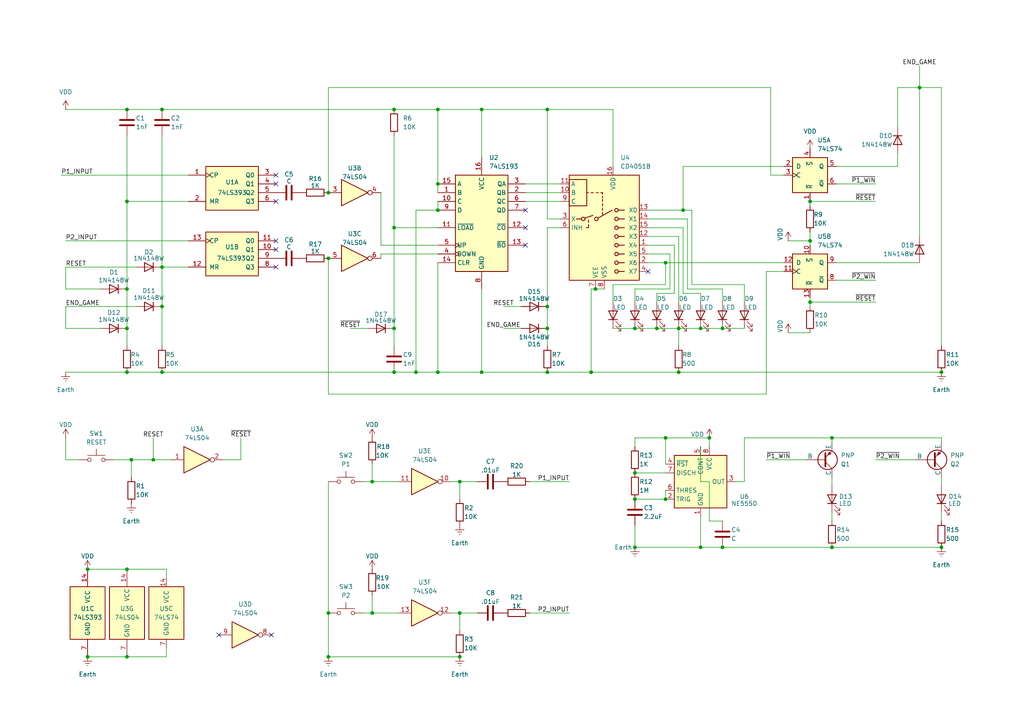
<source format=kicad_sch>
(kicad_sch (version 20250114) (generator "eeschema") (generator_version "9.0")
  (paper "A4")
  (lib_symbols
    (symbol "74xx:74LS04"
      (property "Reference" "U" (at 0 1.27 0))
      (property "Value" "74LS04" (at 0 -1.27 0))
      (symbol "74LS04_1_0"
        (pin input line (at -7.62 0 0) (length 3.81) (name "~") (number "1"))
        (pin output inverted (at 7.62 0 180) (length 3.81) (name "~") (number "2"))
      )
      (symbol "74LS04_2_0"
        (pin input line (at -7.62 0 0) (length 3.81) (name "~") (number "3"))
        (pin output inverted (at 7.62 0 180) (length 3.81) (name "~") (number "4"))
      )
      (symbol "74LS04_3_0"
        (pin input line (at -7.62 0 0) (length 3.81) (name "~") (number "5"))
        (pin output inverted (at 7.62 0 180) (length 3.81) (name "~") (number "6"))
      )
      (symbol "74LS04_4_0"
        (pin input line (at -7.62 0 0) (length 3.81) (name "~") (number "9"))
        (pin output inverted (at 7.62 0 180) (length 3.81) (name "~") (number "8"))
      )
      (symbol "74LS04_5_0"
        (pin input line (at -7.62 0 0) (length 3.81) (name "~") (number "11"))
        (pin output inverted (at 7.62 0 180) (length 3.81) (name "~") (number "10"))
      )
      (symbol "74LS04_6_0"
        (pin input line (at -7.62 0 0) (length 3.81) (name "~") (number "13"))
        (pin output inverted (at 7.62 0 180) (length 3.81) (name "~") (number "12"))
      )
      (symbol "74LS04_7_0"
        (pin power_in line (at 0 12.7 270) (length 5.08) (name "VCC") (number "14"))
        (pin power_in line (at 0 -12.7 90) (length 5.08) (name "GND") (number "7"))
      )
    )
    (symbol "74xx:74LS193"
      (property "Reference" "U" (at -7.62 13.97 0))
      (property "Value" "74LS193" (at 5.08 13.97 0))
      (symbol "74LS193_1_0"
        (pin input line (at -12.7 10.16 0) (length 5.08) (name "A") (number "15"))
        (pin input line (at -12.7 7.62 0) (length 5.08) (name "B") (number "1"))
        (pin input line (at -12.7 5.08 0) (length 5.08) (name "C") (number "10"))
        (pin input line (at -12.7 2.54 0) (length 5.08) (name "D") (number "9"))
        (pin input line (at -12.7 -2.54 0) (length 5.08) (name "~{LOAD}") (number "11"))
        (pin input clock (at -12.7 -7.62 0) (length 5.08) (name "UP") (number "5"))
        (pin input clock (at -12.7 -10.16 0) (length 5.08) (name "DOWN") (number "4"))
        (pin input line (at -12.7 -12.7 0) (length 5.08) (name "CLR") (number "14"))
        (pin power_in line (at 0 17.78 270) (length 5.08) (name "VCC") (number "16"))
        (pin power_in line (at 0 -20.32 90) (length 5.08) (name "GND") (number "8"))
        (pin output line (at 12.7 10.16 180) (length 5.08) (name "QA") (number "3"))
        (pin output line (at 12.7 7.62 180) (length 5.08) (name "QB") (number "2"))
        (pin output line (at 12.7 5.08 180) (length 5.08) (name "QC") (number "6"))
        (pin output line (at 12.7 2.54 180) (length 5.08) (name "QD") (number "7"))
        (pin output line (at 12.7 -2.54 180) (length 5.08) (name "~{CO}") (number "12"))
        (pin output line (at 12.7 -7.62 180) (length 5.08) (name "~{BO}") (number "13"))
      )
    )
    (symbol "74xx:74LS393" (pin_names (offset 1.016))
      (property "Reference" "U" (at -7.62 8.89 0))
      (property "Value" "74LS393" (at -7.62 -8.89 0))
      (symbol "74LS393_1_0"
        (pin input clock (at -12.7 2.54 0) (length 5.08) (name "CP") (number "1"))
        (pin input line (at -12.7 -5.08 0) (length 5.08) (name "MR") (number "2"))
        (pin output line (at 12.7 2.54 180) (length 5.08) (name "Q0") (number "3"))
        (pin output line (at 12.7 0 180) (length 5.08) (name "Q1") (number "4"))
        (pin output line (at 12.7 -2.54 180) (length 5.08) (name "Q2") (number "5"))
        (pin output line (at 12.7 -5.08 180) (length 5.08) (name "Q3") (number "6"))
      )
      (symbol "74LS393_2_0"
        (pin input clock (at -12.7 2.54 0) (length 5.08) (name "CP") (number "13"))
        (pin input line (at -12.7 -5.08 0) (length 5.08) (name "MR") (number "12"))
        (pin output line (at 12.7 2.54 180) (length 5.08) (name "Q0") (number "11"))
        (pin output line (at 12.7 0 180) (length 5.08) (name "Q1") (number "10"))
        (pin output line (at 12.7 -2.54 180) (length 5.08) (name "Q2") (number "9"))
        (pin output line (at 12.7 -5.08 180) (length 5.08) (name "Q3") (number "8"))
      )
      (symbol "74LS393_3_0"
        (pin power_in line (at 0 12.7 270) (length 5.08) (name "VCC") (number "14"))
        (pin power_in line (at 0 -12.7 90) (length 5.08) (name "GND") (number "7"))
      )
    )
    (symbol "74xx:74LS74" (pin_names (offset 1.016))
      (property "Reference" "U" (at -7.62 8.89 0))
      (property "Value" "74LS74" (at -7.62 -8.89 0))
      (symbol "74LS74_1_0"
        (pin input line (at -7.62 2.54 0) (length 2.54) (name "D") (number "2"))
        (pin input clock (at -7.62 0 0) (length 2.54) (name "C") (number "3"))
        (pin input line (at 0 7.62 270) (length 2.54) (name "~{S}") (number "4"))
        (pin input line (at 0 -7.62 90) (length 2.54) (name "~{R}") (number "1"))
        (pin output line (at 7.62 2.54 180) (length 2.54) (name "Q") (number "5"))
        (pin output line (at 7.62 -2.54 180) (length 2.54) (name "~{Q}") (number "6"))
      )
      (symbol "74LS74_2_0"
        (pin input line (at -7.62 2.54 0) (length 2.54) (name "D") (number "12"))
        (pin input clock (at -7.62 0 0) (length 2.54) (name "C") (number "11"))
        (pin input line (at 0 7.62 270) (length 2.54) (name "~{S}") (number "10"))
        (pin input line (at 0 -7.62 90) (length 2.54) (name "~{R}") (number "13"))
        (pin output line (at 7.62 2.54 180) (length 2.54) (name "Q") (number "9"))
        (pin output line (at 7.62 -2.54 180) (length 2.54) (name "~{Q}") (number "8"))
      )
      (symbol "74LS74_3_0"
        (pin power_in line (at 0 10.16 270) (length 2.54) (name "VCC") (number "14"))
        (pin power_in line (at 0 -10.16 90) (length 2.54) (name "GND") (number "7"))
      )
    )
    (symbol "Analog_Switch:CD4051B"
      (property "Reference" "U" (at -10.16 16.51 0))
      (property "Value" "CD4051B" (at 3.81 16.51 0))
      (symbol "CD4051B_1_1"
        (pin input line (at -12.7 12.7 0) (length 2.54) (name "A") (number "11"))
        (pin input line (at -12.7 10.16 0) (length 2.54) (name "B") (number "10"))
        (pin input line (at -12.7 7.62 0) (length 2.54) (name "C") (number "9"))
        (pin bidirectional line (at -12.7 2.54 0) (length 2.54) (name "X") (number "3"))
        (pin input line (at -12.7 0 0) (length 2.54) (name "INH") (number "6"))
        (pin power_in line (at -2.54 -17.78 90) (length 2.54) (name "VEE") (number "7"))
        (pin power_in line (at 0 -17.78 90) (length 2.54) (name "VSS") (number "8"))
        (pin power_in line (at 2.54 17.78 270) (length 2.54) (name "VDD") (number "16"))
        (pin bidirectional line (at 12.7 5.08 180) (length 2.54) (name "X0") (number "13"))
        (pin bidirectional line (at 12.7 2.54 180) (length 2.54) (name "X1") (number "14"))
        (pin bidirectional line (at 12.7 0 180) (length 2.54) (name "X2") (number "15"))
        (pin bidirectional line (at 12.7 -2.54 180) (length 2.54) (name "X3") (number "12"))
        (pin bidirectional line (at 12.7 -5.08 180) (length 2.54) (name "X4") (number "1"))
        (pin bidirectional line (at 12.7 -7.62 180) (length 2.54) (name "X5") (number "5"))
        (pin bidirectional line (at 12.7 -10.16 180) (length 2.54) (name "X6") (number "2"))
        (pin bidirectional line (at 12.7 -12.7 180) (length 2.54) (name "X7") (number "4"))
      )
    )
    (symbol "Device:C" (pin_numbers (hide yes)) (pin_names (offset 0.254))
      (property "Reference" "C" (at 0.635 2.54 0))
      (property "Value" "C" (at 0.635 -2.54 0))
      (symbol "C_1_1"
        (pin passive line (at 0 3.81 270) (length 2.794) (name "~") (number "1"))
        (pin passive line (at 0 -3.81 90) (length 2.794) (name "~") (number "2"))
      )
    )
    (symbol "Device:LED" (pin_numbers (hide yes)) (pin_names (offset 1.016) (hide yes))
      (property "Reference" "D" (at 0 2.54 0))
      (property "Value" "LED" (at 0 -2.54 0))
      (symbol "LED_1_1"
        (pin passive line (at -3.81 0 0) (length 2.54) (name "K") (number "1"))
        (pin passive line (at 3.81 0 180) (length 2.54) (name "A") (number "2"))
      )
    )
    (symbol "Device:R" (pin_numbers (hide yes)) (pin_names (offset 0))
      (property "Reference" "R" (at 2.032 0 90))
      (property "Value" "R" (at 0 0 90))
      (symbol "R_1_1"
        (pin passive line (at 0 3.81 270) (length 1.27) (name "~") (number "1"))
        (pin passive line (at 0 -3.81 90) (length 1.27) (name "~") (number "2"))
      )
    )
    (symbol "Diode:1N4148W" (pin_numbers (hide yes)) (pin_names (hide yes))
      (property "Reference" "D" (at 0 2.54 0))
      (property "Value" "1N4148W" (at 0 -2.54 0))
      (symbol "1N4148W_1_1"
        (pin passive line (at -3.81 0 0) (length 2.54) (name "K") (number "1"))
        (pin passive line (at 3.81 0 180) (length 2.54) (name "A") (number "2"))
      )
    )
    (symbol "Simulation_SPICE:PNP" (pin_numbers (hide yes)) (pin_names (offset 0))
      (property "Reference" "Q" (at -2.54 7.62 0))
      (property "Value" "PNP" (at -2.54 5.08 0))
      (symbol "PNP_1_1"
        (pin input line (at -5.08 0 0) (length 2.54) (name "B") (number "2"))
        (pin open_collector line (at 2.54 5.08 270) (length 2.54) (name "C") (number "1"))
        (pin open_emitter line (at 2.54 -5.08 90) (length 2.54) (name "E") (number "3"))
      )
    )
    (symbol "Switch:SW_Push" (pin_numbers (hide yes)) (pin_names (offset 1.016) (hide yes))
      (property "Reference" "SW" (at 1.27 2.54 0))
      (property "Value" "SW_Push" (at 0 -1.524 0))
      (symbol "SW_Push_0_1"
        (pin passive line (at -5.08 0 0) (length 2.54) (name "1") (number "1"))
        (pin passive line (at 5.08 0 180) (length 2.54) (name "2") (number "2"))
      )
    )
    (symbol "Timer:NE555D"
      (property "Reference" "U" (at -10.16 8.89 0))
      (property "Value" "NE555D" (at 2.54 8.89 0))
      (symbol "NE555D_0_0"
        (pin power_in line (at 0 -10.16 90) (length 2.54) (name "GND") (number "1"))
        (pin power_in line (at 2.54 10.16 270) (length 2.54) (name "VCC") (number "8"))
      )
      (symbol "NE555D_1_1"
        (pin input line (at -10.16 5.08 0) (length 2.54) (name "~{RST}") (number "4"))
        (pin input line (at -10.16 2.54 0) (length 2.54) (name "DISCH") (number "7"))
        (pin input line (at -10.16 -2.54 0) (length 2.54) (name "THRES") (number "6"))
        (pin input line (at -10.16 -5.08 0) (length 2.54) (name "TRIG") (number "2"))
        (pin open_collector line (at 0 10.16 270) (length 2.54) (name "CONT") (number "5"))
        (pin output line (at 10.16 0 180) (length 2.54) (name "OUT") (number "3"))
      )
    )
    (symbol "power:Earth" (power) (pin_numbers (hide yes)) (pin_names (offset 0) (hide yes))
      (property "Value" "Earth" (at 0 -3.81 0))
      (symbol "Earth_1_1"
        (pin power_in line (at 0 0 270) (length 0) (name "~") (number "1"))
      )
    )
    (symbol "power:VDD" (power) (pin_numbers (hide yes)) (pin_names (offset 0) (hide yes))
      (property "Value" "VDD" (at 0 3.556 0))
      (symbol "VDD_1_1"
        (pin power_in line (at 0 0 90) (length 0) (name "~") (number "1"))
      )
    )
  )
  (junction (at 234.95 69.85))
  (junction (at 190.5 95.25))
  (junction (at 36.83 83.82))
  (junction (at 127 31.75))
  (junction (at 205.74 127))
  (junction (at 46.99 31.75))
  (junction (at 234.95 87.63))
  (junction (at 95.25 74.93))
  (junction (at 133.35 177.8))
  (junction (at 139.7 107.95))
  (junction (at 193.04 76.2))
  (junction (at 273.05 158.75))
  (junction (at 95.25 177.8))
  (junction (at 114.3 66.04))
  (junction (at 158.75 107.95))
  (junction (at 139.7 31.75))
  (junction (at 241.3 158.75))
  (junction (at 193.04 144.78))
  (junction (at 38.1 133.35))
  (junction (at 241.3 127))
  (junction (at 25.4 165.1))
  (junction (at 198.12 60.96))
  (junction (at 158.75 95.25))
  (junction (at 172.72 83.82))
  (junction (at 95.25 55.88))
  (junction (at 36.83 190.5))
  (junction (at 107.95 139.7))
  (junction (at 127 60.96))
  (junction (at 36.83 31.75))
  (junction (at 158.75 31.75))
  (junction (at 44.45 133.35))
  (junction (at 46.99 88.9))
  (junction (at 234.95 58.42))
  (junction (at 127 107.95))
  (junction (at 133.35 139.7))
  (junction (at 209.55 95.25))
  (junction (at 184.15 158.75))
  (junction (at 46.99 107.95))
  (junction (at 171.45 107.95))
  (junction (at 114.3 95.25))
  (junction (at 36.83 165.1))
  (junction (at 114.3 31.75))
  (junction (at 158.75 88.9))
  (junction (at 184.15 95.25))
  (junction (at 203.2 95.25))
  (junction (at 196.85 95.25))
  (junction (at 107.95 177.8))
  (junction (at 46.99 77.47))
  (junction (at 209.55 158.75))
  (junction (at 36.83 107.95))
  (junction (at 127 53.34))
  (junction (at 184.15 137.16))
  (junction (at 273.05 107.95))
  (junction (at 36.83 95.25))
  (junction (at 95.25 190.5))
  (junction (at 196.85 107.95))
  (junction (at 184.15 144.78))
  (junction (at 114.3 107.95))
  (junction (at 120.65 107.95))
  (junction (at 266.7 25.4))
  (junction (at 133.35 190.5))
  (junction (at 193.04 127))
  (junction (at 203.2 158.75))
  (junction (at 25.4 190.5))
  (junction (at 36.83 58.42))
  (no_connect (at 78.74 184.15))
  (no_connect (at 152.4 66.04))
  (no_connect (at 80.01 72.39))
  (no_connect (at 80.01 77.47))
  (no_connect (at 187.96 78.74))
  (no_connect (at 80.01 53.34))
  (no_connect (at 80.01 58.42))
  (no_connect (at 63.5 184.15))
  (no_connect (at 80.01 50.8))
  (no_connect (at 152.4 71.12))
  (no_connect (at 80.01 69.85))
  (no_connect (at 152.4 60.96))
  (wire (pts (xy 46.99 88.9) (xy 46.99 100.33)))
  (wire (pts (xy 19.05 77.47) (xy 39.37 77.47)))
  (wire (pts (xy 95.25 55.88) (xy 95.25 25.4)))
  (wire (pts (xy 130.81 177.8) (xy 133.35 177.8)))
  (wire (pts (xy 114.3 39.37) (xy 114.3 66.04)))
  (wire (pts (xy 222.25 78.74) (xy 227.33 78.74)))
  (wire (pts (xy 133.35 139.7) (xy 138.43 139.7)))
  (wire (pts (xy 153.67 139.7) (xy 165.1 139.7)))
  (wire (pts (xy 171.45 107.95) (xy 196.85 107.95)))
  (wire (pts (xy 95.25 139.7) (xy 95.25 177.8)))
  (wire (pts (xy 215.9 95.25) (xy 209.55 95.25)))
  (wire (pts (xy 203.2 158.75) (xy 203.2 149.86)))
  (wire (pts (xy 46.99 107.95) (xy 114.3 107.95)))
  (wire (pts (xy 127 76.2) (xy 127 107.95)))
  (wire (pts (xy 158.75 88.9) (xy 158.75 95.25)))
  (wire (pts (xy 127 31.75) (xy 127 53.34)))
  (wire (pts (xy 153.67 177.8) (xy 165.1 177.8)))
  (wire (pts (xy 110.49 71.12) (xy 127 71.12)))
  (wire (pts (xy 194.31 73.66) (xy 194.31 83.82)))
  (wire (pts (xy 187.96 60.96) (xy 198.12 60.96)))
  (wire (pts (xy 234.95 59.69) (xy 234.95 58.42)))
  (wire (pts (xy 114.3 66.04) (xy 114.3 95.25)))
  (wire (pts (xy 152.4 55.88) (xy 162.56 55.88)))
  (wire (pts (xy 266.7 19.05) (xy 266.7 25.4)))
  (wire (pts (xy 198.12 66.04) (xy 198.12 85.09)))
  (wire (pts (xy 199.39 83.82) (xy 209.55 83.82)))
  (wire (pts (xy 241.3 158.75) (xy 273.05 158.75)))
  (wire (pts (xy 193.04 127) (xy 193.04 134.62)))
  (wire (pts (xy 22.86 133.35) (xy 19.05 133.35)))
  (wire (pts (xy 200.66 82.55) (xy 215.9 82.55)))
  (wire (pts (xy 19.05 88.9) (xy 19.05 95.25)))
  (wire (pts (xy 223.52 25.4) (xy 223.52 50.8)))
  (wire (pts (xy 190.5 95.25) (xy 184.15 95.25)))
  (wire (pts (xy 193.04 76.2) (xy 227.33 76.2)))
  (wire (pts (xy 209.55 95.25) (xy 203.2 95.25)))
  (wire (pts (xy 19.05 69.85) (xy 54.61 69.85)))
  (wire (pts (xy 158.75 95.25) (xy 158.75 100.33)))
  (wire (pts (xy 187.96 71.12) (xy 195.58 71.12)))
  (wire (pts (xy 273.05 25.4) (xy 273.05 100.33)))
  (wire (pts (xy 139.7 31.75) (xy 158.75 31.75)))
  (wire (pts (xy 196.85 95.25) (xy 196.85 100.33)))
  (wire (pts (xy 234.95 87.63) (xy 234.95 88.9)))
  (wire (pts (xy 172.72 83.82) (xy 175.26 83.82)))
  (wire (pts (xy 203.2 129.54) (xy 203.2 139.7)))
  (wire (pts (xy 120.65 60.96) (xy 127 60.96)))
  (wire (pts (xy 209.55 83.82) (xy 209.55 87.63)))
  (wire (pts (xy 177.8 82.55) (xy 177.8 87.63)))
  (wire (pts (xy 222.25 78.74) (xy 222.25 114.3)))
  (wire (pts (xy 107.95 172.72) (xy 107.95 177.8)))
  (wire (pts (xy 203.2 158.75) (xy 209.55 158.75)))
  (wire (pts (xy 215.9 127) (xy 241.3 127)))
  (wire (pts (xy 105.41 139.7) (xy 107.95 139.7)))
  (wire (pts (xy 234.95 58.42) (xy 254 58.42)))
  (wire (pts (xy 222.25 133.35) (xy 233.68 133.35)))
  (wire (pts (xy 133.35 177.8) (xy 138.43 177.8)))
  (wire (pts (xy 273.05 138.43) (xy 273.05 140.97)))
  (wire (pts (xy 19.05 83.82) (xy 19.05 77.47)))
  (wire (pts (xy 193.04 76.2) (xy 193.04 82.55)))
  (wire (pts (xy 69.85 133.35) (xy 64.77 133.35)))
  (wire (pts (xy 193.04 127) (xy 205.74 127)))
  (wire (pts (xy 38.1 133.35) (xy 44.45 133.35)))
  (wire (pts (xy 48.26 165.1) (xy 36.83 165.1)))
  (wire (pts (xy 127 58.42) (xy 127 60.96)))
  (wire (pts (xy 215.9 82.55) (xy 215.9 87.63)))
  (wire (pts (xy 241.3 148.59) (xy 241.3 151.13)))
  (wire (pts (xy 215.9 127) (xy 215.9 139.7)))
  (wire (pts (xy 184.15 83.82) (xy 184.15 87.63)))
  (wire (pts (xy 139.7 107.95) (xy 158.75 107.95)))
  (wire (pts (xy 273.05 25.4) (xy 266.7 25.4)))
  (wire (pts (xy 177.8 48.26) (xy 177.8 31.75)))
  (wire (pts (xy 254 53.34) (xy 242.57 53.34)))
  (wire (pts (xy 54.61 58.42) (xy 36.83 58.42)))
  (wire (pts (xy 184.15 144.78) (xy 193.04 144.78)))
  (wire (pts (xy 107.95 134.62) (xy 107.95 139.7)))
  (wire (pts (xy 36.83 190.5) (xy 48.26 190.5)))
  (wire (pts (xy 184.15 129.54) (xy 184.15 127)))
  (wire (pts (xy 203.2 85.09) (xy 203.2 87.63)))
  (wire (pts (xy 127 53.34) (xy 127 55.88)))
  (wire (pts (xy 234.95 69.85) (xy 234.95 71.12)))
  (wire (pts (xy 158.75 66.04) (xy 158.75 88.9)))
  (wire (pts (xy 95.25 114.3) (xy 222.25 114.3)))
  (wire (pts (xy 48.26 190.5) (xy 48.26 187.96)))
  (wire (pts (xy 38.1 138.43) (xy 38.1 133.35)))
  (wire (pts (xy 33.02 133.35) (xy 38.1 133.35)))
  (wire (pts (xy 193.04 82.55) (xy 177.8 82.55)))
  (wire (pts (xy 120.65 107.95) (xy 127 107.95)))
  (wire (pts (xy 95.25 25.4) (xy 223.52 25.4)))
  (wire (pts (xy 184.15 137.16) (xy 193.04 137.16)))
  (wire (pts (xy 228.6 96.52) (xy 234.95 96.52)))
  (wire (pts (xy 152.4 53.34) (xy 162.56 53.34)))
  (wire (pts (xy 205.74 127) (xy 205.74 129.54)))
  (wire (pts (xy 203.2 95.25) (xy 196.85 95.25)))
  (wire (pts (xy 260.35 25.4) (xy 266.7 25.4)))
  (wire (pts (xy 127 107.95) (xy 139.7 107.95)))
  (wire (pts (xy 198.12 48.26) (xy 198.12 60.96)))
  (wire (pts (xy 187.96 68.58) (xy 196.85 68.58)))
  (wire (pts (xy 198.12 85.09) (xy 203.2 85.09)))
  (wire (pts (xy 105.41 177.8) (xy 107.95 177.8)))
  (wire (pts (xy 95.25 190.5) (xy 133.35 190.5)))
  (wire (pts (xy 152.4 58.42) (xy 162.56 58.42)))
  (wire (pts (xy 110.49 74.93) (xy 110.49 73.66)))
  (wire (pts (xy 36.83 58.42) (xy 36.83 83.82)))
  (wire (pts (xy 242.57 81.28) (xy 254 81.28)))
  (wire (pts (xy 114.3 95.25) (xy 114.3 100.33)))
  (wire (pts (xy 19.05 83.82) (xy 29.21 83.82)))
  (wire (pts (xy 110.49 55.88) (xy 110.49 71.12)))
  (wire (pts (xy 46.99 31.75) (xy 36.83 31.75)))
  (wire (pts (xy 146.05 88.9) (xy 151.13 88.9)))
  (wire (pts (xy 19.05 107.95) (xy 36.83 107.95)))
  (wire (pts (xy 184.15 158.75) (xy 203.2 158.75)))
  (wire (pts (xy 184.15 127) (xy 193.04 127)))
  (wire (pts (xy 234.95 87.63) (xy 254 87.63)))
  (wire (pts (xy 69.85 127) (xy 69.85 133.35)))
  (wire (pts (xy 196.85 107.95) (xy 273.05 107.95)))
  (wire (pts (xy 114.3 107.95) (xy 120.65 107.95)))
  (wire (pts (xy 36.83 95.25) (xy 36.83 100.33)))
  (wire (pts (xy 184.15 95.25) (xy 177.8 95.25)))
  (wire (pts (xy 205.74 151.13) (xy 209.55 151.13)))
  (wire (pts (xy 162.56 63.5) (xy 158.75 63.5)))
  (wire (pts (xy 273.05 128.27) (xy 273.05 127)))
  (wire (pts (xy 266.7 25.4) (xy 266.7 68.58)))
  (wire (pts (xy 19.05 88.9) (xy 39.37 88.9)))
  (wire (pts (xy 194.31 83.82) (xy 184.15 83.82)))
  (wire (pts (xy 44.45 133.35) (xy 49.53 133.35)))
  (wire (pts (xy 234.95 86.36) (xy 234.95 87.63)))
  (wire (pts (xy 234.95 67.31) (xy 234.95 69.85)))
  (wire (pts (xy 241.3 138.43) (xy 241.3 140.97)))
  (wire (pts (xy 200.66 60.96) (xy 200.66 82.55)))
  (wire (pts (xy 36.83 107.95) (xy 46.99 107.95)))
  (wire (pts (xy 95.25 190.5) (xy 95.25 177.8)))
  (wire (pts (xy 190.5 85.09) (xy 190.5 87.63)))
  (wire (pts (xy 196.85 68.58) (xy 196.85 87.63)))
  (wire (pts (xy 223.52 50.8) (xy 227.33 50.8)))
  (wire (pts (xy 241.3 128.27) (xy 241.3 127)))
  (wire (pts (xy 130.81 139.7) (xy 133.35 139.7)))
  (wire (pts (xy 199.39 63.5) (xy 199.39 83.82)))
  (wire (pts (xy 187.96 76.2) (xy 193.04 76.2)))
  (wire (pts (xy 44.45 127) (xy 44.45 133.35)))
  (wire (pts (xy 139.7 31.75) (xy 139.7 45.72)))
  (wire (pts (xy 95.25 74.93) (xy 95.25 114.3)))
  (wire (pts (xy 107.95 139.7) (xy 115.57 139.7)))
  (wire (pts (xy 158.75 107.95) (xy 171.45 107.95)))
  (wire (pts (xy 228.6 69.85) (xy 234.95 69.85)))
  (wire (pts (xy 260.35 44.45) (xy 260.35 48.26)))
  (wire (pts (xy 127 31.75) (xy 139.7 31.75)))
  (wire (pts (xy 198.12 48.26) (xy 227.33 48.26)))
  (wire (pts (xy 242.57 76.2) (xy 266.7 76.2)))
  (wire (pts (xy 120.65 60.96) (xy 120.65 107.95)))
  (wire (pts (xy 19.05 31.75) (xy 36.83 31.75)))
  (wire (pts (xy 158.75 63.5) (xy 158.75 31.75)))
  (wire (pts (xy 139.7 83.82) (xy 139.7 107.95)))
  (wire (pts (xy 114.3 31.75) (xy 127 31.75)))
  (wire (pts (xy 196.85 95.25) (xy 190.5 95.25)))
  (wire (pts (xy 46.99 77.47) (xy 46.99 88.9)))
  (wire (pts (xy 203.2 139.7) (xy 205.74 139.7)))
  (wire (pts (xy 48.26 167.64) (xy 48.26 165.1)))
  (wire (pts (xy 177.8 31.75) (xy 158.75 31.75)))
  (wire (pts (xy 36.83 39.37) (xy 36.83 58.42)))
  (wire (pts (xy 19.05 127) (xy 19.05 133.35)))
  (wire (pts (xy 273.05 148.59) (xy 273.05 151.13)))
  (wire (pts (xy 46.99 39.37) (xy 46.99 77.47)))
  (wire (pts (xy 205.74 139.7) (xy 205.74 151.13)))
  (wire (pts (xy 106.68 95.25) (xy 101.6 95.25)))
  (wire (pts (xy 133.35 144.78) (xy 133.35 139.7)))
  (wire (pts (xy 25.4 165.1) (xy 36.83 165.1)))
  (wire (pts (xy 46.99 31.75) (xy 114.3 31.75)))
  (wire (pts (xy 171.45 83.82) (xy 172.72 83.82)))
  (wire (pts (xy 17.78 50.8) (xy 54.61 50.8)))
  (wire (pts (xy 127 66.04) (xy 114.3 66.04)))
  (wire (pts (xy 260.35 25.4) (xy 260.35 36.83)))
  (wire (pts (xy 25.4 190.5) (xy 36.83 190.5)))
  (wire (pts (xy 19.05 95.25) (xy 29.21 95.25)))
  (wire (pts (xy 187.96 63.5) (xy 199.39 63.5)))
  (wire (pts (xy 254 133.35) (xy 265.43 133.35)))
  (wire (pts (xy 36.83 83.82) (xy 36.83 95.25)))
  (wire (pts (xy 184.15 152.4) (xy 184.15 158.75)))
  (wire (pts (xy 209.55 158.75) (xy 241.3 158.75)))
  (wire (pts (xy 107.95 177.8) (xy 115.57 177.8)))
  (wire (pts (xy 158.75 66.04) (xy 162.56 66.04)))
  (wire (pts (xy 171.45 83.82) (xy 171.45 107.95)))
  (wire (pts (xy 242.57 48.26) (xy 260.35 48.26)))
  (wire (pts (xy 187.96 66.04) (xy 198.12 66.04)))
  (wire (pts (xy 146.05 95.25) (xy 151.13 95.25)))
  (wire (pts (xy 110.49 73.66) (xy 127 73.66)))
  (wire (pts (xy 46.99 77.47) (xy 54.61 77.47)))
  (wire (pts (xy 213.36 139.7) (xy 215.9 139.7)))
  (wire (pts (xy 195.58 85.09) (xy 190.5 85.09)))
  (wire (pts (xy 200.66 60.96) (xy 198.12 60.96)))
  (wire (pts (xy 241.3 127) (xy 273.05 127)))
  (wire (pts (xy 133.35 182.88) (xy 133.35 177.8)))
  (wire (pts (xy 187.96 73.66) (xy 194.31 73.66)))
  (wire (pts (xy 195.58 71.12) (xy 195.58 85.09)))
  (wire (pts (xy 193.04 142.24) (xy 193.04 144.78)))
  (label "END_GAME" (at 146.05 95.25 0))
  (label "P2_INPUT" (at 165.1 177.8 180))
  (label "P2_INPUT" (at 19.05 69.85 0))
  (label "END_GAME" (at 266.7 19.05 0))
  (label "~{RESET}" (at 101.6 95.25 0))
  (label "~{RESET}" (at 69.85 127 0))
  (label "~{RESET}" (at 254 58.42 180))
  (label "RESET" (at 44.45 127 0))
  (label "~{P1_WIN}" (at 254 53.34 180))
  (label "RESET" (at 146.05 88.9 0))
  (label "END_GAME" (at 19.05 88.9 0))
  (label "P1_INPUT" (at 165.1 139.7 180))
  (label "~{P2_WIN}" (at 254 133.35 0))
  (label "~{RESET}" (at 254 87.63 180))
  (label "~{P1_WIN}" (at 222.25 133.35 0))
  (label "P1_INPUT" (at 17.78 50.8 0))
  (label "RESET" (at 19.05 77.47 0))
  (label "~{P2_WIN}" (at 254 81.28 180))
  (symbol (lib_id "Device:C") (at 83.82 74.93 90) (unit 1)
    (property "Reference" "C6" (at 83.82 69.596 90))
    (property "Value" "C" (at 83.82 71.628 90))
    (property "Description" "Unpolarized capacitor" (effects (hide yes)))
  )
  (symbol (lib_id "Device:LED") (at 203.2 91.44 90) (unit 1)
    (property "Reference" "D7" (at 203.2 86.614 90) (effects (justify right)))
    (property "Value" "LED" (at 203.2 89.154 90) (effects (justify right)))
    (property "Description" "Light emitting diode" (effects (hide yes)))
    (property "Sim.Pins" "1=K 2=A" (effects (hide yes)))
  )
  (symbol (lib_id "Analog_Switch:CD4051B") (at 175.26 66.04 0) (unit 1)
    (property "Reference" "U4" (at 179.9433 45.72 0) (effects (justify left)))
    (property "Value" "CD4051B" (at 179.9433 48.26 0) (effects (justify left)))
    (property "Datasheet" "http://www.ti.com/lit/ds/symlink/cd4052b.pdf" (effects (hide yes)))
    (property "Description" "CMOS single 8-channel analog multiplexer demultiplexer, TSSOP-16/DIP-16/SOIC-16" (effects (hide yes)))
  )
  (symbol (lib_id "Device:C") (at 184.15 148.59 0) (unit 1)
    (property "Reference" "C3" (at 186.69 147.32 0) (effects (justify left)))
    (property "Value" "2.2uF" (at 186.69 149.86 0) (effects (justify left)))
    (property "Description" "Unpolarized capacitor" (effects (hide yes)))
  )
  (symbol (lib_id "Device:R") (at 114.3 35.56 0) (unit 1)
    (property "Reference" "R6" (at 116.84 34.2899 0) (effects (justify left)))
    (property "Value" "10K" (at 116.84 36.8299 0) (effects (justify left)))
    (property "Description" "Resistor" (effects (hide yes)))
  )
  (symbol (lib_id "Device:R") (at 241.3 154.94 0) (unit 1)
    (property "Reference" "R14" (at 242.57 153.67 0) (effects (justify left)))
    (property "Value" "500" (at 242.57 156.21 0) (effects (justify left)))
    (property "Description" "Resistor" (effects (hide yes)))
  )
  (symbol (lib_id "Device:R") (at 133.35 186.69 0) (unit 1)
    (property "Reference" "R3" (at 134.62 185.42 0) (effects (justify left)))
    (property "Value" "10K" (at 134.62 187.96 0) (effects (justify left)))
    (property "Description" "Resistor" (effects (hide yes)))
  )
  (symbol (lib_id "Device:LED") (at 215.9 91.44 90) (unit 1)
    (property "Reference" "D9" (at 215.9 86.614 90) (effects (justify right)))
    (property "Value" "LED" (at 215.9 89.154 90) (effects (justify right)))
    (property "Description" "Light emitting diode" (effects (hide yes)))
    (property "Sim.Pins" "1=K 2=A" (effects (hide yes)))
  )
  (symbol (lib_id "74xx:74LS04") (at 123.19 139.7 0) (unit 5)
    (property "Reference" "U3" (at 123.19 130.81 0))
    (property "Value" "74LS04" (at 123.19 133.35 0))
    (property "Datasheet" "http://www.ti.com/lit/gpn/sn74LS04" (effects (hide yes)))
    (property "Description" "Hex Inverter" (effects (hide yes)))
  )
  (symbol (lib_id "power:VDD") (at 25.4 165.1 0) (unit 1)
    (property "Reference" "#PWR015" (effects (hide yes)))
    (property "Value" "VDD" (at 25.4 161.29 0))
    (property "Description" "Power symbol creates a global label with name \"VDD\"" (effects (hide yes)))
  )
  (symbol (lib_id "Device:R") (at 273.05 104.14 0) (unit 1)
    (property "Reference" "R11" (at 274.32 102.87 0) (effects (justify left)))
    (property "Value" "10K" (at 274.32 105.41 0) (effects (justify left)))
    (property "Description" "Resistor" (effects (hide yes)))
  )
  (symbol (lib_id "Simulation_SPICE:PNP") (at 238.76 133.35 0) (mirror x) (unit 1)
    (property "Reference" "Q1" (at 243.84 134.6201 0) (effects (justify left)))
    (property "Value" "PNP" (at 243.84 132.0801 0) (effects (justify left)))
    (property "Datasheet" "https://ngspice.sourceforge.io/docs/ngspice-html-manual/manual.xhtml#cha_BJTs" (effects (hide yes)))
    (property "Description" "Bipolar transistor symbol for simulation only, substrate tied to the emitter" (effects (hide yes)))
    (property "Sim.Device" "PNP" (effects (hide yes)))
    (property "Sim.Type" "GUMMELPOON" (effects (hide yes)))
    (property "Sim.Pins" "1=C 2=B 3=E" (effects (hide yes)))
  )
  (symbol (lib_id "74xx:74LS04") (at 71.12 184.15 0) (mirror x) (unit 4)
    (property "Reference" "U3" (at 71.12 175.26 0))
    (property "Value" "74LS04" (at 71.12 177.8 0))
    (property "Datasheet" "http://www.ti.com/lit/gpn/sn74LS04" (effects (hide yes)))
    (property "Description" "Hex Inverter" (effects (hide yes)))
  )
  (symbol (lib_id "74xx:74LS74") (at 48.26 177.8 0) (unit 3)
    (property "Reference" "U5" (at 48.26 176.53 0))
    (property "Value" "74LS74" (at 48.26 179.07 0))
    (property "Datasheet" "74xx/74hc_hct74.pdf" (effects (hide yes)))
    (property "Description" "Dual D Flip-flop, Set & Reset" (effects (hide yes)))
  )
  (symbol (lib_id "74xx:74LS393") (at 25.4 177.8 0) (unit 3)
    (property "Reference" "U1" (at 25.4 176.53 0))
    (property "Value" "74LS393" (at 25.4 179.07 0))
    (property "Datasheet" "74xx\\74LS393.pdf" (effects (hide yes)))
    (property "Description" "Dual BCD 4-bit counter" (effects (hide yes)))
  )
  (symbol (lib_id "power:VDD") (at 228.6 69.85 0) (unit 1)
    (property "Reference" "#PWR08" (effects (hide yes)))
    (property "Value" "VDD" (at 226.314 69.85 90) (effects (justify left)))
    (property "Description" "Power symbol creates a global label with name \"VDD\"" (effects (hide yes)))
  )
  (symbol (lib_id "Device:R") (at 234.95 92.71 0) (unit 1)
    (property "Reference" "R10" (at 236.22 91.44 0) (effects (justify left)))
    (property "Value" "10K" (at 236.22 93.98 0) (effects (justify left)))
    (property "Description" "Resistor" (effects (hide yes)))
  )
  (symbol (lib_id "power:Earth") (at 19.05 107.95 0) (unit 1)
    (property "Reference" "#PWR06" (effects (hide yes)))
    (property "Value" "Earth" (at 19.05 113.03 0))
    (property "Description" "Power symbol creates a global label with name \"Earth\"" (effects (hide yes)))
  )
  (symbol (lib_id "Device:C") (at 209.55 154.94 0) (unit 1)
    (property "Reference" "C4" (at 212.09 153.67 0) (effects (justify left)))
    (property "Value" "C" (at 212.09 156.21 0) (effects (justify left)))
    (property "Description" "Unpolarized capacitor" (effects (hide yes)))
  )
  (symbol (lib_id "power:VDD") (at 19.05 31.75 0) (unit 1)
    (property "Reference" "#PWR03" (effects (hide yes)))
    (property "Value" "VDD" (at 19.05 26.67 0))
    (property "Description" "Power symbol creates a global label with name \"VDD\"" (effects (hide yes)))
  )
  (symbol (lib_id "74xx:74LS04") (at 57.15 133.35 0) (unit 1)
    (property "Reference" "U3" (at 57.15 124.46 0))
    (property "Value" "74LS04" (at 57.15 127 0))
    (property "Datasheet" "http://www.ti.com/lit/gpn/sn74LS04" (effects (hide yes)))
    (property "Description" "Hex Inverter" (effects (hide yes)))
  )
  (symbol (lib_id "Device:LED") (at 273.05 144.78 90) (unit 1)
    (property "Reference" "D14" (at 275.082 144.018 90) (effects (justify right)))
    (property "Value" "LED" (at 275.082 146.05 90) (effects (justify right)))
    (property "Description" "Light emitting diode" (effects (hide yes)))
    (property "Sim.Pins" "1=K 2=A" (effects (hide yes)))
  )
  (symbol (lib_id "power:Earth") (at 38.1 146.05 0) (unit 1)
    (property "Reference" "#PWR017" (effects (hide yes)))
    (property "Value" "Earth" (at 38.1 151.13 0))
    (property "Description" "Power symbol creates a global label with name \"Earth\"" (effects (hide yes)))
  )
  (symbol (lib_id "Simulation_SPICE:PNP") (at 270.51 133.35 0) (mirror x) (unit 1)
    (property "Reference" "Q2" (at 275.59 134.6201 0) (effects (justify left)))
    (property "Value" "PNP" (at 275.59 132.0801 0) (effects (justify left)))
    (property "Datasheet" "https://ngspice.sourceforge.io/docs/ngspice-html-manual/manual.xhtml#cha_BJTs" (effects (hide yes)))
    (property "Description" "Bipolar transistor symbol for simulation only, substrate tied to the emitter" (effects (hide yes)))
    (property "Sim.Device" "PNP" (effects (hide yes)))
    (property "Sim.Type" "GUMMELPOON" (effects (hide yes)))
    (property "Sim.Pins" "1=C 2=B 3=E" (effects (hide yes)))
  )
  (symbol (lib_id "Device:C") (at 36.83 35.56 180) (unit 1)
    (property "Reference" "C1" (at 39.37 34.29 0) (effects (justify right)))
    (property "Value" "1nF" (at 39.37 36.83 0) (effects (justify right)))
    (property "Description" "Unpolarized capacitor" (effects (hide yes)))
  )
  (symbol (lib_id "Diode:1N4148W") (at 43.18 88.9 180) (unit 1)
    (property "Reference" "D11" (at 43.18 84.328 0))
    (property "Value" "1N4148W" (at 43.18 86.36 0))
    (property "Footprint" "Diode_SMD:D_SOD-123" (effects (hide yes)))
    (property "Datasheet" "https://www.vishay.com/docs/85748/1n4148w.pdf" (effects (hide yes)))
    (property "Description" "75V 0.15A Fast Switching Diode, SOD-123" (effects (hide yes)))
    (property "Sim.Device" "D" (effects (hide yes)))
    (property "Sim.Pins" "1=K 2=A" (effects (hide yes)))
  )
  (symbol (lib_id "74xx:74LS04") (at 36.83 177.8 0) (unit 7)
    (property "Reference" "U3" (at 36.83 176.53 0))
    (property "Value" "74LS04" (at 36.83 179.07 0))
    (property "Datasheet" "http://www.ti.com/lit/gpn/sn74LS04" (effects (hide yes)))
    (property "Description" "Hex Inverter" (effects (hide yes)))
  )
  (symbol (lib_id "Diode:1N4148W") (at 33.02 95.25 180) (unit 1)
    (property "Reference" "D12" (at 33.02 90.678 0))
    (property "Value" "1N4148W" (at 33.02 92.71 0))
    (property "Footprint" "Diode_SMD:D_SOD-123" (effects (hide yes)))
    (property "Datasheet" "https://www.vishay.com/docs/85748/1n4148w.pdf" (effects (hide yes)))
    (property "Description" "75V 0.15A Fast Switching Diode, SOD-123" (effects (hide yes)))
    (property "Sim.Device" "D" (effects (hide yes)))
    (property "Sim.Pins" "1=K 2=A" (effects (hide yes)))
  )
  (symbol (lib_id "Device:LED") (at 184.15 91.44 90) (unit 1)
    (property "Reference" "D4" (at 184.15 86.614 90) (effects (justify right)))
    (property "Value" "LED" (at 184.15 89.154 90) (effects (justify right)))
    (property "Description" "Light emitting diode" (effects (hide yes)))
    (property "Sim.Pins" "1=K 2=A" (effects (hide yes)))
  )
  (symbol (lib_id "power:Earth") (at 25.4 190.5 0) (unit 1)
    (property "Reference" "#PWR01" (effects (hide yes)))
    (property "Value" "Earth" (at 25.4 195.58 0))
    (property "Description" "Power symbol creates a global label with name \"Earth\"" (effects (hide yes)))
  )
  (symbol (lib_id "Device:R") (at 158.75 104.14 0) (unit 1)
    (property "Reference" "R7" (at 160.02 102.87 0) (effects (justify left)))
    (property "Value" "10K" (at 160.02 105.41 0) (effects (justify left)))
    (property "Description" "Resistor" (effects (hide yes)))
  )
  (symbol (lib_id "power:Earth") (at 133.35 190.5 0) (unit 1)
    (property "Reference" "#PWR018" (effects (hide yes)))
    (property "Value" "Earth" (at 133.35 195.58 0))
    (property "Description" "Power symbol creates a global label with name \"Earth\"" (effects (hide yes)))
  )
  (symbol (lib_id "74xx:74LS04") (at 102.87 55.88 0) (unit 2)
    (property "Reference" "U3" (at 102.87 48.768 0))
    (property "Value" "74LS04" (at 102.87 51.308 0))
    (property "Datasheet" "http://www.ti.com/lit/gpn/sn74LS04" (effects (hide yes)))
    (property "Description" "Hex Inverter" (effects (hide yes)))
  )
  (symbol (lib_id "Device:R") (at 196.85 104.14 0) (unit 1)
    (property "Reference" "R8" (at 197.866 102.87 0) (effects (justify left)))
    (property "Value" "500" (at 197.866 105.41 0) (effects (justify left)))
    (property "Description" "Resistor" (effects (hide yes)))
  )
  (symbol (lib_id "power:Earth") (at 184.15 158.75 0) (unit 1)
    (property "Reference" "#PWR010" (effects (hide yes)))
    (property "Value" "Earth" (at 183.388 158.75 0) (effects (justify right)))
    (property "Description" "Power symbol creates a global label with name \"Earth\"" (effects (hide yes)))
  )
  (symbol (lib_id "Device:R") (at 36.83 104.14 0) (unit 1)
    (property "Reference" "R4" (at 37.846 102.87 0) (effects (justify left)))
    (property "Value" "10K" (at 37.846 105.41 0) (effects (justify left)))
    (property "Description" "Resistor" (effects (hide yes)))
  )
  (symbol (lib_id "Device:R") (at 107.95 168.91 0) (unit 1)
    (property "Reference" "R19" (at 108.966 167.64 0) (effects (justify left)))
    (property "Value" "10K" (at 109.22 170.18 0) (effects (justify left)))
    (property "Description" "Resistor" (effects (hide yes)))
  )
  (symbol (lib_id "Device:R") (at 149.86 177.8 90) (unit 1)
    (property "Reference" "R21" (at 149.86 173.228 90))
    (property "Value" "1K" (at 149.86 175.768 90))
    (property "Description" "Resistor" (effects (hide yes)))
  )
  (symbol (lib_id "Device:R") (at 133.35 148.59 0) (unit 1)
    (property "Reference" "R2" (at 134.62 147.32 0) (effects (justify left)))
    (property "Value" "10K" (at 134.62 149.86 0) (effects (justify left)))
    (property "Description" "Resistor" (effects (hide yes)))
  )
  (symbol (lib_id "Device:LED") (at 177.8 91.44 90) (unit 1)
    (property "Reference" "D3" (at 177.8 86.614 90) (effects (justify right)))
    (property "Value" "LED" (at 177.8 89.154 90) (effects (justify right)))
    (property "Description" "Light emitting diode" (effects (hide yes)))
    (property "Sim.Pins" "1=K 2=A" (effects (hide yes)))
  )
  (symbol (lib_id "Device:C") (at 46.99 35.56 180) (unit 1)
    (property "Reference" "C2" (at 49.53 34.29 0) (effects (justify right)))
    (property "Value" "1nF" (at 49.53 36.83 0) (effects (justify right)))
    (property "Description" "Unpolarized capacitor" (effects (hide yes)))
  )
  (symbol (lib_id "Diode:1N4148W") (at 266.7 72.39 270) (unit 1)
    (property "Reference" "D18" (at 265.176 71.12 90) (effects (justify right)))
    (property "Value" "1N4148W" (at 265.176 73.66 90) (effects (justify right)))
    (property "Footprint" "Diode_SMD:D_SOD-123" (effects (hide yes)))
    (property "Datasheet" "https://www.vishay.com/docs/85748/1n4148w.pdf" (effects (hide yes)))
    (property "Description" "75V 0.15A Fast Switching Diode, SOD-123" (effects (hide yes)))
    (property "Sim.Device" "D" (effects (hide yes)))
    (property "Sim.Pins" "1=K 2=A" (effects (hide yes)))
  )
  (symbol (lib_id "Device:R") (at 91.44 55.88 90) (unit 1)
    (property "Reference" "R16" (at 91.44 51.816 90))
    (property "Value" "1K" (at 91.44 53.848 90))
    (property "Description" "Resistor" (effects (hide yes)))
  )
  (symbol (lib_id "Diode:1N4148W") (at 260.35 40.64 270) (unit 1)
    (property "Reference" "D10" (at 258.826 39.37 90) (effects (justify right)))
    (property "Value" "1N4148W" (at 258.826 41.91 90) (effects (justify right)))
    (property "Footprint" "Diode_SMD:D_SOD-123" (effects (hide yes)))
    (property "Datasheet" "https://www.vishay.com/docs/85748/1n4148w.pdf" (effects (hide yes)))
    (property "Description" "75V 0.15A Fast Switching Diode, SOD-123" (effects (hide yes)))
    (property "Sim.Device" "D" (effects (hide yes)))
    (property "Sim.Pins" "1=K 2=A" (effects (hide yes)))
  )
  (symbol (lib_id "Diode:1N4148W") (at 154.94 95.25 180) (unit 1)
    (property "Reference" "D16" (at 154.94 99.822 0))
    (property "Value" "1N4148W" (at 154.94 97.79 0))
    (property "Footprint" "Diode_SMD:D_SOD-123" (effects (hide yes)))
    (property "Datasheet" "https://www.vishay.com/docs/85748/1n4148w.pdf" (effects (hide yes)))
    (property "Description" "75V 0.15A Fast Switching Diode, SOD-123" (effects (hide yes)))
    (property "Sim.Device" "D" (effects (hide yes)))
    (property "Sim.Pins" "1=K 2=A" (effects (hide yes)))
  )
  (symbol (lib_id "74xx:74LS04") (at 102.87 74.93 0) (unit 3)
    (property "Reference" "U3" (at 102.87 67.818 0))
    (property "Value" "74LS04" (at 102.87 70.358 0))
    (property "Datasheet" "http://www.ti.com/lit/gpn/sn74LS04" (effects (hide yes)))
    (property "Description" "Hex Inverter" (effects (hide yes)))
  )
  (symbol (lib_id "74xx:74LS74") (at 234.95 50.8 0) (unit 1)
    (property "Reference" "U5" (at 237.0933 40.64 0) (effects (justify left)))
    (property "Value" "74LS74" (at 237.0933 43.18 0) (effects (justify left)))
    (property "Datasheet" "74xx/74hc_hct74.pdf" (effects (hide yes)))
    (property "Description" "Dual D Flip-flop, Set & Reset" (effects (hide yes)))
  )
  (symbol (lib_id "74xx:74LS393") (at 67.31 72.39 0) (unit 2)
    (property "Reference" "U1" (at 67.31 71.628 0))
    (property "Value" "74LS393" (at 67.056 74.93 0))
    (property "Datasheet" "74xx\\74LS393.pdf" (effects (hide yes)))
    (property "Description" "Dual BCD 4-bit counter" (effects (hide yes)))
  )
  (symbol (lib_id "power:Earth") (at 273.05 158.75 0) (unit 1)
    (property "Reference" "#PWR013" (effects (hide yes)))
    (property "Value" "Earth" (at 273.05 163.83 0))
    (property "Description" "Power symbol creates a global label with name \"Earth\"" (effects (hide yes)))
  )
  (symbol (lib_id "Switch:SW_Push") (at 100.33 139.7 0) (unit 1)
    (property "Reference" "SW2" (at 100.33 132.08 0))
    (property "Value" "P1" (at 100.33 134.62 0))
    (property "Description" "Push button switch, generic, two pins" (effects (hide yes)))
  )
  (symbol (lib_id "Device:C") (at 142.24 177.8 90) (unit 1)
    (property "Reference" "C8" (at 142.24 171.958 90))
    (property "Value" ".01uF" (at 142.24 174.498 90))
    (property "Description" "Unpolarized capacitor" (effects (hide yes)))
  )
  (symbol (lib_id "Diode:1N4148W") (at 33.02 83.82 180) (unit 1)
    (property "Reference" "D1" (at 33.02 78.994 0))
    (property "Value" "1N4148W" (at 33.02 81.28 0))
    (property "Footprint" "Diode_SMD:D_SOD-123" (effects (hide yes)))
    (property "Datasheet" "https://www.vishay.com/docs/85748/1n4148w.pdf" (effects (hide yes)))
    (property "Description" "75V 0.15A Fast Switching Diode, SOD-123" (effects (hide yes)))
    (property "Sim.Device" "D" (effects (hide yes)))
    (property "Sim.Pins" "1=K 2=A" (effects (hide yes)))
  )
  (symbol (lib_id "power:VDD") (at 234.95 43.18 0) (unit 1)
    (property "Reference" "#PWR07" (effects (hide yes)))
    (property "Value" "VDD" (at 234.95 38.1 0))
    (property "Description" "Power symbol creates a global label with name \"VDD\"" (effects (hide yes)))
  )
  (symbol (lib_id "Device:LED") (at 196.85 91.44 90) (unit 1)
    (property "Reference" "D6" (at 196.85 86.614 90) (effects (justify right)))
    (property "Value" "LED" (at 196.85 89.154 90) (effects (justify right)))
    (property "Description" "Light emitting diode" (effects (hide yes)))
    (property "Sim.Pins" "1=K 2=A" (effects (hide yes)))
  )
  (symbol (lib_id "Device:R") (at 46.99 104.14 0) (unit 1)
    (property "Reference" "R5" (at 48.006 102.87 0) (effects (justify left)))
    (property "Value" "10K" (at 48.006 105.41 0) (effects (justify left)))
    (property "Description" "Resistor" (effects (hide yes)))
  )
  (symbol (lib_id "Device:C") (at 83.82 55.88 90) (unit 1)
    (property "Reference" "C5" (at 83.82 50.546 90))
    (property "Value" "C" (at 83.82 52.578 90))
    (property "Description" "Unpolarized capacitor" (effects (hide yes)))
  )
  (symbol (lib_id "74xx:74LS74") (at 234.95 78.74 0) (unit 2)
    (property "Reference" "U5" (at 237.0933 68.58 0) (effects (justify left)))
    (property "Value" "74LS74" (at 237.0933 71.12 0) (effects (justify left)))
    (property "Datasheet" "74xx/74hc_hct74.pdf" (effects (hide yes)))
    (property "Description" "Dual D Flip-flop, Set & Reset" (effects (hide yes)))
  )
  (symbol (lib_id "power:Earth") (at 133.35 152.4 0) (unit 1)
    (property "Reference" "#PWR014" (effects (hide yes)))
    (property "Value" "Earth" (at 133.35 157.48 0))
    (property "Description" "Power symbol creates a global label with name \"Earth\"" (effects (hide yes)))
  )
  (symbol (lib_id "power:Earth") (at 95.25 190.5 0) (unit 1)
    (property "Reference" "#PWR05" (effects (hide yes)))
    (property "Value" "Earth" (at 95.25 195.58 0))
    (property "Description" "Power symbol creates a global label with name \"Earth\"" (effects (hide yes)))
  )
  (symbol (lib_id "Diode:1N4148W") (at 110.49 95.25 180) (unit 1)
    (property "Reference" "D17" (at 110.49 91.186 0))
    (property "Value" "1N4148W" (at 110.49 92.964 0))
    (property "Footprint" "Diode_SMD:D_SOD-123" (effects (hide yes)))
    (property "Datasheet" "https://www.vishay.com/docs/85748/1n4148w.pdf" (effects (hide yes)))
    (property "Description" "75V 0.15A Fast Switching Diode, SOD-123" (effects (hide yes)))
    (property "Sim.Device" "D" (effects (hide yes)))
    (property "Sim.Pins" "1=K 2=A" (effects (hide yes)))
  )
  (symbol (lib_id "74xx:74LS04") (at 123.19 177.8 0) (unit 6)
    (property "Reference" "U3" (at 123.19 168.91 0))
    (property "Value" "74LS04" (at 123.19 171.45 0))
    (property "Datasheet" "http://www.ti.com/lit/gpn/sn74LS04" (effects (hide yes)))
    (property "Description" "Hex Inverter" (effects (hide yes)))
  )
  (symbol (lib_id "power:Earth") (at 273.05 107.95 0) (unit 1)
    (property "Reference" "#PWR012" (effects (hide yes)))
    (property "Value" "Earth" (at 273.05 113.03 0))
    (property "Description" "Power symbol creates a global label with name \"Earth\"" (effects (hide yes)))
  )
  (symbol (lib_id "power:VDD") (at 205.74 127 0) (unit 1)
    (property "Reference" "#PWR011" (effects (hide yes)))
    (property "Value" "VDD" (at 204.216 125.984 0) (effects (justify right)))
    (property "Description" "Power symbol creates a global label with name \"VDD\"" (effects (hide yes)))
  )
  (symbol (lib_id "Diode:1N4148W") (at 154.94 88.9 180) (unit 1)
    (property "Reference" "D15" (at 154.94 84.582 0))
    (property "Value" "1N4148W" (at 154.94 86.614 0))
    (property "Footprint" "Diode_SMD:D_SOD-123" (effects (hide yes)))
    (property "Datasheet" "https://www.vishay.com/docs/85748/1n4148w.pdf" (effects (hide yes)))
    (property "Description" "75V 0.15A Fast Switching Diode, SOD-123" (effects (hide yes)))
    (property "Sim.Device" "D" (effects (hide yes)))
    (property "Sim.Pins" "1=K 2=A" (effects (hide yes)))
  )
  (symbol (lib_id "power:VDD") (at 107.95 127 0) (unit 1)
    (property "Reference" "#PWR02" (effects (hide yes)))
    (property "Value" "VDD" (at 107.95 123.19 0))
    (property "Description" "Power symbol creates a global label with name \"VDD\"" (effects (hide yes)))
  )
  (symbol (lib_id "Device:R") (at 234.95 63.5 0) (unit 1)
    (property "Reference" "R9" (at 235.966 62.23 0) (effects (justify left)))
    (property "Value" "10K" (at 235.966 64.77 0) (effects (justify left)))
    (property "Description" "Resistor" (effects (hide yes)))
  )
  (symbol (lib_id "Device:R") (at 184.15 133.35 0) (unit 1)
    (property "Reference" "R13" (at 185.42 132.08 0) (effects (justify left)))
    (property "Value" "1K" (at 185.42 134.62 0) (effects (justify left)))
    (property "Description" "Resistor" (effects (hide yes)))
  )
  (symbol (lib_id "Device:R") (at 149.86 139.7 90) (unit 1)
    (property "Reference" "R20" (at 149.86 135.128 90))
    (property "Value" "1K" (at 149.86 137.668 90))
    (property "Description" "Resistor" (effects (hide yes)))
  )
  (symbol (lib_id "74xx:74LS393") (at 67.31 53.34 0) (unit 1)
    (property "Reference" "U1" (at 67.31 52.832 0))
    (property "Value" "74LS393" (at 67.31 55.88 0))
    (property "Datasheet" "74xx\\74LS393.pdf" (effects (hide yes)))
    (property "Description" "Dual BCD 4-bit counter" (effects (hide yes)))
  )
  (symbol (lib_id "Device:R") (at 38.1 142.24 0) (unit 1)
    (property "Reference" "R1" (at 39.37 140.97 0) (effects (justify left)))
    (property "Value" "10K" (at 39.37 143.51 0) (effects (justify left)))
    (property "Description" "Resistor" (effects (hide yes)))
  )
  (symbol (lib_id "Device:R") (at 107.95 130.81 0) (unit 1)
    (property "Reference" "R18" (at 109.22 129.54 0) (effects (justify left)))
    (property "Value" "10K" (at 108.966 132.08 0) (effects (justify left)))
    (property "Description" "Resistor" (effects (hide yes)))
  )
  (symbol (lib_id "power:VDD") (at 228.6 96.52 0) (unit 1)
    (property "Reference" "#PWR09" (effects (hide yes)))
    (property "Value" "VDD" (at 226.314 96.52 90) (effects (justify left)))
    (property "Description" "Power symbol creates a global label with name \"VDD\"" (effects (hide yes)))
  )
  (symbol (lib_id "power:VDD") (at 107.95 165.1 0) (unit 1)
    (property "Reference" "#PWR04" (effects (hide yes)))
    (property "Value" "VDD" (at 107.95 161.29 0))
    (property "Description" "Power symbol creates a global label with name \"VDD\"" (effects (hide yes)))
  )
  (symbol (lib_id "Timer:NE555D") (at 203.2 139.7 0) (unit 1)
    (property "Reference" "U6" (at 215.9 144.018 0))
    (property "Value" "NE555D" (at 215.9 146.05 0))
    (property "Footprint" "Package_SO:SOIC-8_3.9x4.9mm_P1.27mm" (effects (hide yes)))
    (property "Datasheet" "http://www.ti.com/lit/ds/symlink/ne555.pdf" (effects (hide yes)))
    (property "Description" "Precision Timers, 555 compatible, SOIC-8" (effects (hide yes)))
  )
  (symbol (lib_id "Device:R") (at 184.15 140.97 0) (unit 1)
    (property "Reference" "R12" (at 185.42 139.7 0) (effects (justify left)))
    (property "Value" "1M" (at 185.42 142.24 0) (effects (justify left)))
    (property "Description" "Resistor" (effects (hide yes)))
  )
  (symbol (lib_id "Switch:SW_Push") (at 100.33 177.8 0) (unit 1)
    (property "Reference" "SW3" (at 100.33 170.18 0))
    (property "Value" "P2" (at 100.33 172.72 0))
    (property "Description" "Push button switch, generic, two pins" (effects (hide yes)))
  )
  (symbol (lib_id "Device:LED") (at 190.5 91.44 90) (unit 1)
    (property "Reference" "D5" (at 190.5 86.614 90) (effects (justify right)))
    (property "Value" "LED" (at 190.5 89.154 90) (effects (justify right)))
    (property "Description" "Light emitting diode" (effects (hide yes)))
    (property "Sim.Pins" "1=K 2=A" (effects (hide yes)))
  )
  (symbol (lib_id "Device:LED") (at 209.55 91.44 90) (unit 1)
    (property "Reference" "D8" (at 209.55 86.614 90) (effects (justify right)))
    (property "Value" "LED" (at 209.55 89.154 90) (effects (justify right)))
    (property "Description" "Light emitting diode" (effects (hide yes)))
    (property "Sim.Pins" "1=K 2=A" (effects (hide yes)))
  )
  (symbol (lib_id "Diode:1N4148W") (at 43.18 77.47 180) (unit 1)
    (property "Reference" "D2" (at 43.18 73.152 0))
    (property "Value" "1N4148W" (at 43.18 74.93 0))
    (property "Footprint" "Diode_SMD:D_SOD-123" (effects (hide yes)))
    (property "Datasheet" "https://www.vishay.com/docs/85748/1n4148w.pdf" (effects (hide yes)))
    (property "Description" "75V 0.15A Fast Switching Diode, SOD-123" (effects (hide yes)))
    (property "Sim.Device" "D" (effects (hide yes)))
    (property "Sim.Pins" "1=K 2=A" (effects (hide yes)))
  )
  (symbol (lib_id "Device:LED") (at 241.3 144.78 90) (unit 1)
    (property "Reference" "D13" (at 243.332 144.018 90) (effects (justify right)))
    (property "Value" "LED" (at 243.332 146.05 90) (effects (justify right)))
    (property "Description" "Light emitting diode" (effects (hide yes)))
    (property "Sim.Pins" "1=K 2=A" (effects (hide yes)))
  )
  (symbol (lib_id "74xx:74LS193") (at 139.7 63.5 0) (unit 1)
    (property "Reference" "U2" (at 141.8433 45.72 0) (effects (justify left)))
    (property "Value" "74LS193" (at 141.8433 48.26 0) (effects (justify left)))
    (property "Datasheet" "http://www.ti.com/lit/ds/symlink/sn74ls193.pdf" (effects (hide yes)))
    (property "Description" "Synchronous 4-bit Up/Down (2 clk) counter" (effects (hide yes)))
  )
  (symbol (lib_id "Device:C") (at 114.3 104.14 180) (unit 1)
    (property "Reference" "C9" (at 116.84 102.87 0) (effects (justify right)))
    (property "Value" "1nF" (at 116.84 105.41 0) (effects (justify right)))
    (property "Description" "Unpolarized capacitor" (effects (hide yes)))
  )
  (symbol (lib_id "Device:R") (at 273.05 154.94 0) (unit 1)
    (property "Reference" "R15" (at 274.32 153.67 0) (effects (justify left)))
    (property "Value" "500" (at 274.32 156.21 0) (effects (justify left)))
    (property "Description" "Resistor" (effects (hide yes)))
  )
  (symbol (lib_id "Device:R") (at 91.44 74.93 90) (unit 1)
    (property "Reference" "R17" (at 91.44 70.866 90))
    (property "Value" "1K" (at 91.44 72.898 90))
    (property "Description" "Resistor" (effects (hide yes)))
  )
  (symbol (lib_id "Switch:SW_Push") (at 27.94 133.35 0) (unit 1)
    (property "Reference" "SW1" (at 27.94 125.73 0))
    (property "Value" "RESET" (at 27.94 128.27 0))
    (property "Description" "Push button switch, generic, two pins" (effects (hide yes)))
  )
  (symbol (lib_id "Device:C") (at 142.24 139.7 90) (unit 1)
    (property "Reference" "C7" (at 142.24 133.858 90))
    (property "Value" ".01uF" (at 142.24 136.398 90))
    (property "Description" "Unpolarized capacitor" (effects (hide yes)))
  )
  (symbol (lib_id "power:VDD") (at 19.05 127 0) (unit 1)
    (property "Reference" "#PWR016" (effects (hide yes)))
    (property "Value" "VDD" (at 19.05 123.19 0))
    (property "Description" "Power symbol creates a global label with name \"VDD\"" (effects (hide yes)))
  )
)
</source>
